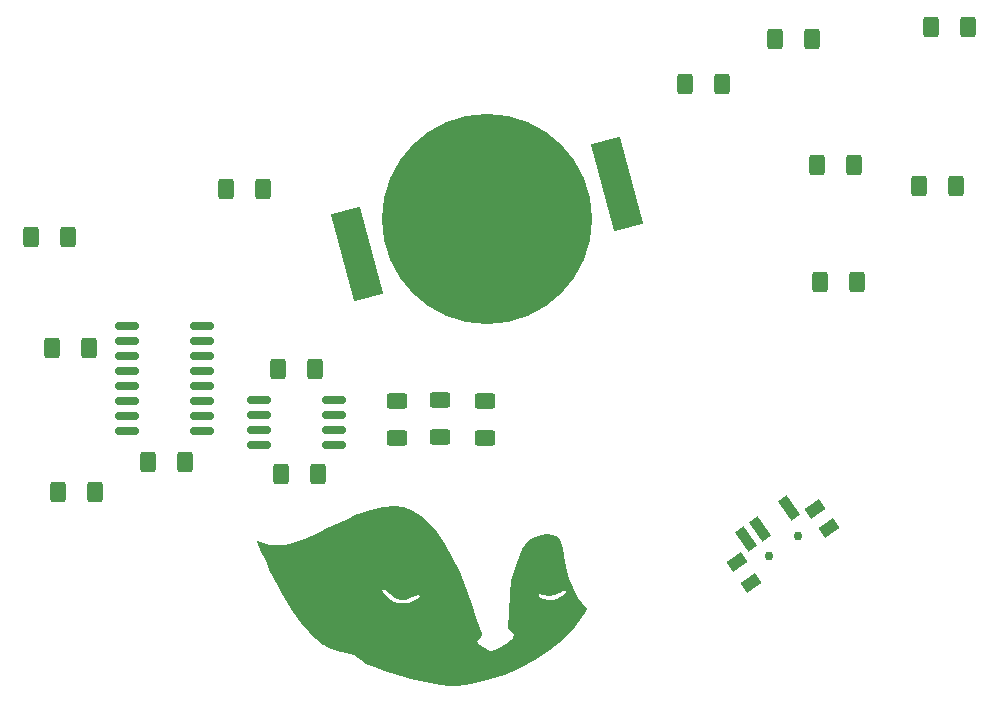
<source format=gbr>
%TF.GenerationSoftware,KiCad,Pcbnew,(6.0.4)*%
%TF.CreationDate,2022-06-03T16:22:06-07:00*%
%TF.ProjectId,Foxy_Pride,466f7879-5f50-4726-9964-652e6b696361,rev?*%
%TF.SameCoordinates,Original*%
%TF.FileFunction,Soldermask,Bot*%
%TF.FilePolarity,Negative*%
%FSLAX46Y46*%
G04 Gerber Fmt 4.6, Leading zero omitted, Abs format (unit mm)*
G04 Created by KiCad (PCBNEW (6.0.4)) date 2022-06-03 16:22:06*
%MOMM*%
%LPD*%
G01*
G04 APERTURE LIST*
G04 Aperture macros list*
%AMRoundRect*
0 Rectangle with rounded corners*
0 $1 Rounding radius*
0 $2 $3 $4 $5 $6 $7 $8 $9 X,Y pos of 4 corners*
0 Add a 4 corners polygon primitive as box body*
4,1,4,$2,$3,$4,$5,$6,$7,$8,$9,$2,$3,0*
0 Add four circle primitives for the rounded corners*
1,1,$1+$1,$2,$3*
1,1,$1+$1,$4,$5*
1,1,$1+$1,$6,$7*
1,1,$1+$1,$8,$9*
0 Add four rect primitives between the rounded corners*
20,1,$1+$1,$2,$3,$4,$5,0*
20,1,$1+$1,$4,$5,$6,$7,0*
20,1,$1+$1,$6,$7,$8,$9,0*
20,1,$1+$1,$8,$9,$2,$3,0*%
%AMRotRect*
0 Rectangle, with rotation*
0 The origin of the aperture is its center*
0 $1 length*
0 $2 width*
0 $3 Rotation angle, in degrees counterclockwise*
0 Add horizontal line*
21,1,$1,$2,0,0,$3*%
G04 Aperture macros list end*
%ADD10RoundRect,0.250000X0.400000X0.625000X-0.400000X0.625000X-0.400000X-0.625000X0.400000X-0.625000X0*%
%ADD11RoundRect,0.150000X-0.866000X-0.150000X0.866000X-0.150000X0.866000X0.150000X-0.866000X0.150000X0*%
%ADD12RotRect,1.500000X1.000000X215.000000*%
%ADD13C,0.750000*%
%ADD14RotRect,0.900000X2.000000X215.000000*%
%ADD15RoundRect,0.250000X0.625000X-0.400000X0.625000X0.400000X-0.625000X0.400000X-0.625000X-0.400000X0*%
%ADD16RotRect,2.540000X7.620000X195.000000*%
%ADD17C,17.800000*%
%ADD18RoundRect,0.250000X-0.400000X-0.625000X0.400000X-0.625000X0.400000X0.625000X-0.400000X0.625000X0*%
%ADD19RoundRect,0.250000X-0.625000X0.400000X-0.625000X-0.400000X0.625000X-0.400000X0.625000X0.400000X0*%
G04 APERTURE END LIST*
%TO.C,G\u002A\u002A\u002A*%
G36*
X71977569Y-89052115D02*
G01*
X72204177Y-88411494D01*
X72419341Y-87880670D01*
X72611041Y-87487780D01*
X72718227Y-87318555D01*
X73103345Y-86931466D01*
X73579705Y-86641994D01*
X74103379Y-86461958D01*
X74630439Y-86403175D01*
X75116959Y-86477463D01*
X75387164Y-86600545D01*
X75502918Y-86678488D01*
X75600745Y-86769347D01*
X75687132Y-86893914D01*
X75768568Y-87072983D01*
X75851541Y-87327347D01*
X75942540Y-87677801D01*
X76048054Y-88145136D01*
X76174570Y-88750147D01*
X76328578Y-89513628D01*
X76386164Y-89802015D01*
X76508114Y-90218724D01*
X76714201Y-90727311D01*
X76974724Y-91268091D01*
X77259981Y-91781380D01*
X77540271Y-92207493D01*
X77656157Y-92354072D01*
X78001630Y-92757104D01*
X77785828Y-93112281D01*
X76974555Y-94267263D01*
X76008639Y-95315701D01*
X74887116Y-96258349D01*
X73609019Y-97095963D01*
X72173382Y-97829296D01*
X71258669Y-98210809D01*
X70747229Y-98391087D01*
X70145354Y-98575611D01*
X69490209Y-98755728D01*
X68818958Y-98922785D01*
X68168768Y-99068130D01*
X67576803Y-99183110D01*
X67080229Y-99259072D01*
X66716210Y-99287363D01*
X66642558Y-99285530D01*
X66478880Y-99269299D01*
X66176782Y-99234220D01*
X65785776Y-99186165D01*
X65517201Y-99152017D01*
X64762442Y-99034380D01*
X63947093Y-98871549D01*
X63101199Y-98672617D01*
X62254802Y-98446674D01*
X61437949Y-98202813D01*
X60680684Y-97950124D01*
X60013050Y-97697700D01*
X59465093Y-97454632D01*
X59066856Y-97230012D01*
X58994919Y-97178346D01*
X58574449Y-96874520D01*
X58230358Y-96675536D01*
X57905140Y-96552056D01*
X57653706Y-96494046D01*
X57187860Y-96381416D01*
X56670993Y-96215766D01*
X56173908Y-96022977D01*
X55767409Y-95828930D01*
X55658297Y-95764653D01*
X55050059Y-95306962D01*
X54430550Y-94699004D01*
X53794636Y-93933949D01*
X53137183Y-93004971D01*
X52453057Y-91905243D01*
X52042967Y-91173596D01*
X60642429Y-91173596D01*
X60712505Y-91317623D01*
X60893079Y-91528225D01*
X61139672Y-91762840D01*
X61407803Y-91978900D01*
X61637578Y-92125912D01*
X62020694Y-92245260D01*
X62487168Y-92274679D01*
X62954205Y-92215467D01*
X63282582Y-92100131D01*
X63624565Y-91895667D01*
X63803350Y-91729780D01*
X63824596Y-91622551D01*
X63693964Y-91594064D01*
X63417116Y-91664399D01*
X63186895Y-91760657D01*
X62653580Y-91947262D01*
X62184122Y-91967200D01*
X61747519Y-91814487D01*
X61312772Y-91483143D01*
X61207538Y-91378723D01*
X60953021Y-91152872D01*
X60762328Y-91056887D01*
X60656702Y-91098481D01*
X60642429Y-91173596D01*
X52042967Y-91173596D01*
X51737123Y-90627935D01*
X51595418Y-90361465D01*
X51361311Y-89906898D01*
X51112857Y-89405951D01*
X50863240Y-88887408D01*
X50625647Y-88380053D01*
X50413262Y-87912670D01*
X50239271Y-87514044D01*
X50116860Y-87212959D01*
X50059212Y-87038200D01*
X50058881Y-87007100D01*
X50156252Y-87020284D01*
X50379381Y-87084300D01*
X50624185Y-87166045D01*
X51132089Y-87305531D01*
X51656926Y-87365061D01*
X52218962Y-87339980D01*
X52838460Y-87225631D01*
X53535683Y-87017360D01*
X54330895Y-86710510D01*
X55244359Y-86300427D01*
X56003691Y-85930107D01*
X56603155Y-85633363D01*
X57191012Y-85348298D01*
X57730579Y-85092260D01*
X58185174Y-84882595D01*
X58518112Y-84736650D01*
X58586167Y-84708920D01*
X59708609Y-84326321D01*
X60735222Y-84105836D01*
X61668184Y-84047332D01*
X62509673Y-84150676D01*
X63261867Y-84415732D01*
X63271602Y-84420506D01*
X63955977Y-84851601D01*
X64634691Y-85464786D01*
X65303203Y-86252600D01*
X65956973Y-87207584D01*
X66591460Y-88322278D01*
X67202121Y-89589222D01*
X67784416Y-91000957D01*
X68333803Y-92550023D01*
X68461773Y-92946189D01*
X68634921Y-93485583D01*
X68794311Y-93969902D01*
X68929063Y-94367031D01*
X69028294Y-94644857D01*
X69078864Y-94767483D01*
X69106820Y-94922224D01*
X68996609Y-95100320D01*
X68934178Y-95165973D01*
X68775860Y-95347915D01*
X68699623Y-95481951D01*
X68698399Y-95492411D01*
X68773683Y-95623930D01*
X68966480Y-95805933D01*
X69227204Y-95999412D01*
X69506271Y-96165358D01*
X69623512Y-96220194D01*
X69802101Y-96286464D01*
X69951035Y-96300797D01*
X70124515Y-96251566D01*
X70376741Y-96127144D01*
X70583526Y-96014263D01*
X71146178Y-95684729D01*
X71537901Y-95405935D01*
X71766801Y-95166362D01*
X71840983Y-94954488D01*
X71768555Y-94758792D01*
X71586723Y-94588436D01*
X71347434Y-94414126D01*
X71479793Y-91511441D01*
X73917026Y-91511441D01*
X73942308Y-91658759D01*
X74095384Y-91817104D01*
X74379152Y-91922946D01*
X74740386Y-91969652D01*
X75125859Y-91950587D01*
X75482345Y-91859120D01*
X75498161Y-91852649D01*
X75863767Y-91662488D01*
X76103007Y-91458905D01*
X76185712Y-91272918D01*
X76132575Y-91158795D01*
X75970024Y-91189800D01*
X75693352Y-91366991D01*
X75662513Y-91390281D01*
X75262466Y-91583857D01*
X74787787Y-91637553D01*
X74297891Y-91545512D01*
X74253352Y-91529217D01*
X74013815Y-91463571D01*
X73917026Y-91511441D01*
X71479793Y-91511441D01*
X71530700Y-90395026D01*
X71977569Y-89052115D01*
G37*
%TD*%
D10*
%TO.C,R2*%
X97054000Y-44450000D03*
X93954000Y-44450000D03*
%TD*%
%TO.C,R6*%
X100864000Y-65024000D03*
X97764000Y-65024000D03*
%TD*%
%TO.C,C4*%
X43968000Y-80264000D03*
X40868000Y-80264000D03*
%TD*%
%TO.C,R3*%
X109246000Y-56896000D03*
X106146000Y-56896000D03*
%TD*%
D11*
%TO.C,U2*%
X39061492Y-77639494D03*
X39061492Y-76369494D03*
X39061492Y-75099494D03*
X39061492Y-73829494D03*
X39061492Y-72559494D03*
X39061492Y-71289494D03*
X39061492Y-70019494D03*
X39061492Y-68749494D03*
X45411492Y-68749494D03*
X45411492Y-70019494D03*
X45411492Y-71289494D03*
X45411492Y-72559494D03*
X45411492Y-73829494D03*
X45411492Y-75099494D03*
X45411492Y-76369494D03*
X45411492Y-77639494D03*
%TD*%
D10*
%TO.C,R5*%
X89434000Y-48260000D03*
X86334000Y-48260000D03*
%TD*%
D12*
%TO.C,S1*%
X98459468Y-85917989D03*
X91906242Y-90506601D03*
X90713204Y-88802770D03*
X97312302Y-84279689D03*
D13*
X95855208Y-86557356D03*
X93397752Y-88278085D03*
D14*
X95133135Y-84218551D03*
X92634725Y-85967957D03*
X91446955Y-86799643D03*
%TD*%
D10*
%TO.C,R4*%
X100610000Y-55118000D03*
X97510000Y-55118000D03*
%TD*%
D15*
%TO.C,R12*%
X65557400Y-78181800D03*
X65557400Y-75081800D03*
%TD*%
D11*
%TO.C,U1*%
X50237492Y-78867000D03*
X50237492Y-77597000D03*
X50237492Y-76327000D03*
X50237492Y-75057000D03*
X56587492Y-75057000D03*
X56587492Y-76327000D03*
X56587492Y-77597000D03*
X56587492Y-78867000D03*
%TD*%
D10*
%TO.C,R7*%
X34062000Y-61214000D03*
X30962000Y-61214000D03*
%TD*%
%TO.C,C3*%
X54962500Y-72390000D03*
X51862500Y-72390000D03*
%TD*%
D15*
%TO.C,R11*%
X61899800Y-78232600D03*
X61899800Y-75132600D03*
%TD*%
D16*
%TO.C,BT1*%
X80571958Y-56802791D03*
X58548850Y-62703865D03*
D17*
X69560404Y-59753328D03*
%TD*%
D10*
%TO.C,C2*%
X55216500Y-81280000D03*
X52116500Y-81280000D03*
%TD*%
%TO.C,R9*%
X50572000Y-57150000D03*
X47472000Y-57150000D03*
%TD*%
%TO.C,R10*%
X36348000Y-82804000D03*
X33248000Y-82804000D03*
%TD*%
D18*
%TO.C,R8*%
X32740000Y-70612000D03*
X35840000Y-70612000D03*
%TD*%
D19*
%TO.C,C1*%
X69342000Y-75132000D03*
X69342000Y-78232000D03*
%TD*%
D10*
%TO.C,R1*%
X110262000Y-43434000D03*
X107162000Y-43434000D03*
%TD*%
M02*

</source>
